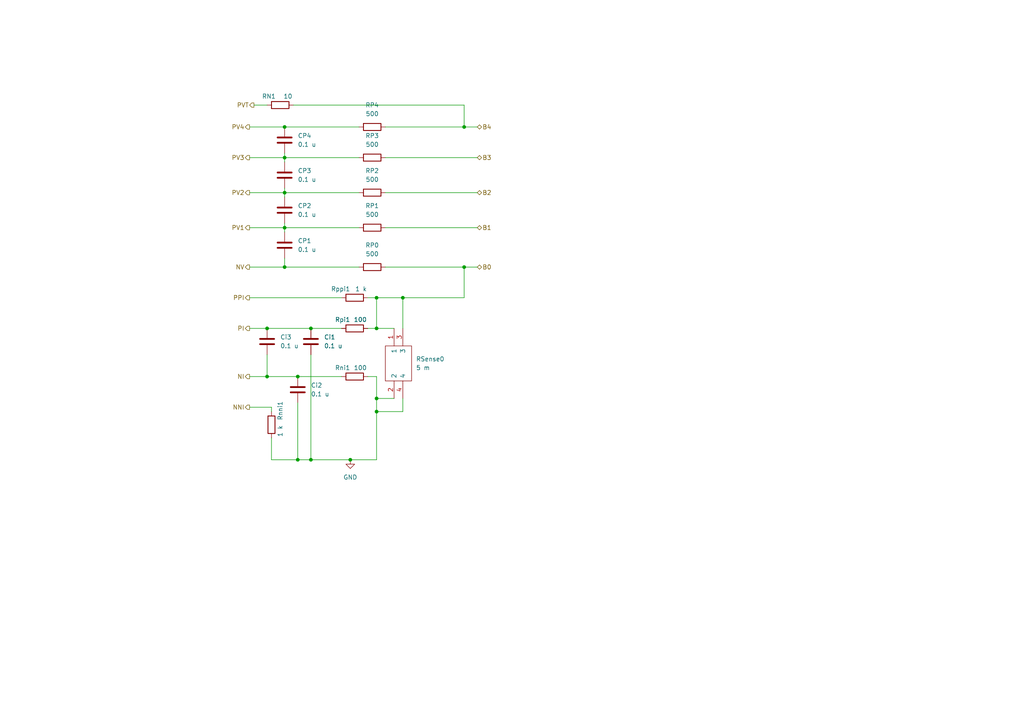
<source format=kicad_sch>
(kicad_sch (version 20231120) (generator "eeschema") (generator_version "8.0")
  (paper "A4")
  (lib_symbols
    (symbol "Device:C" (pin_numbers hide) (pin_names (offset 0.254))
      (property "Reference" "C" (at 0.635 2.54 0))
      (property "Value" "C" (at 0.635 -2.54 0))
      (symbol "C_0_1"
        (polyline (pts (xy -2.032 -0.762) (xy 2.032 -0.762)) (stroke (width 0.508)))
        (polyline (pts (xy -2.032 0.762) (xy 2.032 0.762)) (stroke (width 0.508)))
      )
      (symbol "C_1_1"
        (pin passive line (at 0 3.81 270) (length 2.794) (name "~") (number "1"))
        (pin passive line (at 0 -3.81 90) (length 2.794) (name "~") (number "2"))
      )
    )
    (symbol "Device:R" (pin_numbers hide) (pin_names (offset 0))
      (property "Reference" "R" (at 2.032 0 90))
      (property "Value" "R" (at 0 0 90))
      (symbol "R_0_1"
        (rectangle (start -1.016 -2.54) (end 1.016 2.54) (stroke (width 0.254)))
      )
      (symbol "R_1_1"
        (pin passive line (at 0 3.81 270) (length 1.27) (name "~") (number "1"))
        (pin passive line (at 0 -3.81 90) (length 1.27) (name "~") (number "2"))
      )
    )
    (symbol "Local:Y14880R00500B9R" (pin_names (offset 0.762))
      (property "Reference" "R" (at 16.51 7.62 0))
      (property "Value" "Y14880R00500B9R" (at 16.51 5.08 0))
      (symbol "Y14880R00500B9R_0_0"
        (pin passive line (at 0 -2.54 0) (length 5.08) (name "1") (number "1"))
        (pin passive line (at 20.32 -2.54 180) (length 5.08) (name "2") (number "2"))
        (pin passive line (at 0 0 0) (length 5.08) (name "3") (number "3"))
        (pin passive line (at 20.32 0 180) (length 5.08) (name "4") (number "4"))
      )
      (symbol "Y14880R00500B9R_0_1"
        (polyline (pts (xy 5.08 2.54) (xy 15.24 2.54) (xy 15.24 -5.08) (xy 5.08 -5.08) (xy 5.08 2.54)) (stroke (width 0.1524)))
      )
    )
    (symbol "power:GND" (power) (pin_names (offset 0))
      (property "Value" "GND" (at 0 -3.81 0))
      (symbol "GND_0_1"
        (polyline (pts (xy 0 0) (xy 0 -1.27) (xy 1.27 -1.27) (xy 0 -2.54) (xy -1.27 -1.27) (xy 0 -1.27)))
      )
      (symbol "GND_1_1"
        (pin power_in line (at 0 0 270) (length 0) hide (name "GND") (number "1"))
      )
    )
  )
  (junction (at 134.62 36.83))
  (junction (at 82.55 45.72))
  (junction (at 86.36 109.22))
  (junction (at 116.84 86.36))
  (junction (at 109.22 115.57))
  (junction (at 77.47 109.22))
  (junction (at 82.55 36.83))
  (junction (at 109.22 95.25))
  (junction (at 101.6 133.35))
  (junction (at 90.17 133.35))
  (junction (at 109.22 119.38))
  (junction (at 77.47 95.25))
  (junction (at 86.36 133.35))
  (junction (at 82.55 77.47))
  (junction (at 109.22 86.36))
  (junction (at 90.17 95.25))
  (junction (at 134.62 77.47))
  (junction (at 82.55 55.88))
  (junction (at 82.55 66.04))
  (wire (pts (xy 82.55 64.77) (xy 82.55 66.04)))
  (wire (pts (xy 90.17 102.87) (xy 90.17 133.35)))
  (wire (pts (xy 109.22 86.36) (xy 116.84 86.36)))
  (wire (pts (xy 72.39 66.04) (xy 82.55 66.04)))
  (wire (pts (xy 116.84 86.36) (xy 134.62 86.36)))
  (wire (pts (xy 82.55 45.72) (xy 104.14 45.72)))
  (wire (pts (xy 72.39 36.83) (xy 82.55 36.83)))
  (wire (pts (xy 101.6 133.35) (xy 109.22 133.35)))
  (wire (pts (xy 72.39 86.36) (xy 99.06 86.36)))
  (wire (pts (xy 116.84 119.38) (xy 109.22 119.38)))
  (wire (pts (xy 78.74 127) (xy 78.74 133.35)))
  (wire (pts (xy 90.17 133.35) (xy 101.6 133.35)))
  (wire (pts (xy 82.55 55.88) (xy 104.14 55.88)))
  (wire (pts (xy 82.55 66.04) (xy 104.14 66.04)))
  (wire (pts (xy 134.62 77.47) (xy 138.43 77.47)))
  (wire (pts (xy 106.68 95.25) (xy 109.22 95.25)))
  (wire (pts (xy 72.39 118.11) (xy 78.74 118.11)))
  (wire (pts (xy 134.62 77.47) (xy 134.62 86.36)))
  (wire (pts (xy 86.36 116.84) (xy 86.36 133.35)))
  (wire (pts (xy 111.76 77.47) (xy 134.62 77.47)))
  (wire (pts (xy 82.55 45.72) (xy 82.55 46.99)))
  (wire (pts (xy 86.36 133.35) (xy 90.17 133.35)))
  (wire (pts (xy 134.62 36.83) (xy 138.43 36.83)))
  (wire (pts (xy 111.76 36.83) (xy 134.62 36.83)))
  (wire (pts (xy 77.47 95.25) (xy 90.17 95.25)))
  (wire (pts (xy 72.39 45.72) (xy 82.55 45.72)))
  (wire (pts (xy 85.09 30.48) (xy 134.62 30.48)))
  (wire (pts (xy 77.47 109.22) (xy 86.36 109.22)))
  (wire (pts (xy 82.55 36.83) (xy 104.14 36.83)))
  (wire (pts (xy 109.22 109.22) (xy 109.22 115.57)))
  (wire (pts (xy 82.55 44.45) (xy 82.55 45.72)))
  (wire (pts (xy 78.74 118.11) (xy 78.74 119.38)))
  (wire (pts (xy 82.55 74.93) (xy 82.55 77.47)))
  (wire (pts (xy 72.39 77.47) (xy 82.55 77.47)))
  (wire (pts (xy 82.55 54.61) (xy 82.55 55.88)))
  (wire (pts (xy 90.17 95.25) (xy 99.06 95.25)))
  (wire (pts (xy 111.76 45.72) (xy 138.43 45.72)))
  (wire (pts (xy 111.76 55.88) (xy 138.43 55.88)))
  (wire (pts (xy 78.74 133.35) (xy 86.36 133.35)))
  (wire (pts (xy 109.22 95.25) (xy 114.3 95.25)))
  (wire (pts (xy 82.55 55.88) (xy 82.55 57.15)))
  (wire (pts (xy 77.47 102.87) (xy 77.47 109.22)))
  (wire (pts (xy 109.22 119.38) (xy 109.22 133.35)))
  (wire (pts (xy 116.84 95.25) (xy 116.84 86.36)))
  (wire (pts (xy 106.68 86.36) (xy 109.22 86.36)))
  (wire (pts (xy 72.39 95.25) (xy 77.47 95.25)))
  (wire (pts (xy 134.62 30.48) (xy 134.62 36.83)))
  (wire (pts (xy 82.55 66.04) (xy 82.55 67.31)))
  (wire (pts (xy 72.39 55.88) (xy 82.55 55.88)))
  (wire (pts (xy 73.66 30.48) (xy 77.47 30.48)))
  (wire (pts (xy 82.55 77.47) (xy 104.14 77.47)))
  (wire (pts (xy 116.84 115.57) (xy 116.84 119.38)))
  (wire (pts (xy 114.3 115.57) (xy 109.22 115.57)))
  (wire (pts (xy 72.39 109.22) (xy 77.47 109.22)))
  (wire (pts (xy 109.22 109.22) (xy 106.68 109.22)))
  (wire (pts (xy 109.22 115.57) (xy 109.22 119.38)))
  (wire (pts (xy 111.76 66.04) (xy 138.43 66.04)))
  (wire (pts (xy 109.22 95.25) (xy 109.22 86.36)))
  (wire (pts (xy 86.36 109.22) (xy 99.06 109.22)))
  (hierarchical_label "PV2" (shape output) (at 72.39 55.88 180))
  (hierarchical_label "B1" (shape bidirectional) (at 138.43 66.04 0))
  (hierarchical_label "PV3" (shape output) (at 72.39 45.72 180))
  (hierarchical_label "PV4" (shape output) (at 72.39 36.83 180))
  (hierarchical_label "NNI" (shape output) (at 72.39 118.11 180))
  (hierarchical_label "NV" (shape output) (at 72.39 77.47 180))
  (hierarchical_label "B2" (shape bidirectional) (at 138.43 55.88 0))
  (hierarchical_label "PVT" (shape output) (at 73.66 30.48 180))
  (hierarchical_label "B0" (shape bidirectional) (at 138.43 77.47 0))
  (hierarchical_label "B4" (shape bidirectional) (at 138.43 36.83 0))
  (hierarchical_label "B3" (shape bidirectional) (at 138.43 45.72 0))
  (hierarchical_label "PV1" (shape output) (at 72.39 66.04 180))
  (hierarchical_label "NI" (shape output) (at 72.39 109.22 180))
  (hierarchical_label "PI" (shape output) (at 72.39 95.25 180))
  (hierarchical_label "PPI" (shape output) (at 72.39 86.36 180))
  (symbol (lib_id "Device:R") (at 102.87 95.25 90) (unit 1)
    (property "Reference" "Rpi1" (at 101.5999 92.71 90) (effects (justify left)))
    (property "Value" "100" (at 106.426 92.71 90) (effects (justify left)))
    (property "Footprint" "Resistor_SMD:R_0603_1608Metric" (effects (hide yes)))
    (property "Datasheet" "https://www.ohmite.com/assets/docs/APC-1-15.34.pdf?r=false?r=false" (effects (hide yes)))
    (property "Manufacturer_Part_Number" "APC0603T100RZ" (effects (hide yes)))
  )
  (symbol (lib_id "Device:R") (at 107.95 45.72 90) (unit 1)
    (property "Reference" "RP3" (at 107.95 39.37 90))
    (property "Value" "500" (at 107.95 41.91 90))
    (property "Footprint" "Resistor_SMD:R_1206_3216Metric" (effects (hide yes)))
    (property "Datasheet" "https://www.vishay.com/docs/28700/mcx0x0xpre.pdf" (effects (hide yes)))
    (property "Description" "Resistor" (effects (hide yes)))
    (property "Manufacturer_Part_Number" "MCA12060D5000BP500" (effects (hide yes)))
  )
  (symbol (lib_id "Device:C") (at 82.55 60.96 180) (unit 1)
    (property "Reference" "CP2" (at 86.36 59.6899 0) (effects (justify right)))
    (property "Value" "0.1 u" (at 86.36 62.2299 0) (effects (justify right)))
    (property "Footprint" "Capacitor_SMD:C_0603_1608Metric" (effects (hide yes)))
    (property "Datasheet" "https://hu.mouser.com/datasheet/2/40/AutoMLCCKAM-3216307.pdf" (effects (hide yes)))
    (property "Description" "KAM15AR71H104KT" (effects (hide yes)))
    (property "Manufacturer_Part_Number" "KAM15AR71H104KT" (effects (hide yes)))
  )
  (symbol (lib_id "Local:Y14880R00500B9R") (at 116.84 95.25 270) (unit 1)
    (property "Reference" "RSense0" (at 120.65 104.1399 90) (effects (justify left)))
    (property "Value" "5 m" (at 120.65 106.6799 90) (effects (justify left)))
    (property "Footprint" "Y14880R00500B9R" (effects (hide yes)))
    (property "Datasheet" "https://componentsearchengine.com/Datasheets/1/Y14880R00500B9R.pdf" (effects (hide yes)))
    (property "Description" "Current Sense Resistors - SMD 0.005ohms 0.1% 3w" (effects (hide yes)))
    (property "Height" "0.635" (effects (hide yes)))
    (property "Mouser Part Number" "71-CSM36370R0050BST" (effects (hide yes)))
    (property "Mouser Price/Stock" "https://www.mouser.com/Search/Refine.aspx?Keyword=71-CSM36370R0050BST" (effects (hide yes)))
    (property "Manufacturer_Name" "Vishay" (effects (hide yes)))
    (property "Manufacturer_Part_Number" "Y14880R00500B9R" (effects (hide yes)))
  )
  (symbol (lib_id "Device:C") (at 82.55 71.12 180) (unit 1)
    (property "Reference" "CP1" (at 86.36 69.8499 0) (effects (justify right)))
    (property "Value" "0.1 u" (at 86.36 72.3899 0) (effects (justify right)))
    (property "Footprint" "Capacitor_SMD:C_0603_1608Metric" (effects (hide yes)))
    (property "Datasheet" "https://hu.mouser.com/datasheet/2/40/AutoMLCCKAM-3216307.pdf" (effects (hide yes)))
    (property "Description" "KAM15AR71H104KT" (effects (hide yes)))
    (property "Manufacturer_Part_Number" "KAM15AR71H104KT" (effects (hide yes)))
  )
  (symbol (lib_id "power:GND") (at 101.6 133.35 0) (unit 1)
    (property "Reference" "#PWR01" (effects (hide yes)))
    (property "Value" "GND" (at 101.6 138.43 0))
    (property "Description" "Power symbol creates a global label with name \"GND\" , ground" (effects (hide yes)))
  )
  (symbol (lib_id "Device:C") (at 82.55 50.8 180) (unit 1)
    (property "Reference" "CP3" (at 86.36 49.5299 0) (effects (justify right)))
    (property "Value" "0.1 u" (at 86.36 52.0699 0) (effects (justify right)))
    (property "Footprint" "Capacitor_SMD:C_0603_1608Metric" (effects (hide yes)))
    (property "Datasheet" "https://hu.mouser.com/datasheet/2/40/AutoMLCCKAM-3216307.pdf" (effects (hide yes)))
    (property "Description" "KAM15AR71H104KT" (effects (hide yes)))
    (property "Manufacturer_Part_Number" "KAM15AR71H104KT" (effects (hide yes)))
  )
  (symbol (lib_id "Device:C") (at 77.47 99.06 180) (unit 1)
    (property "Reference" "Ci3" (at 81.28 97.7899 0) (effects (justify right)))
    (property "Value" "0.1 u" (at 81.28 100.3299 0) (effects (justify right)))
    (property "Footprint" "Capacitor_SMD:C_0603_1608Metric" (effects (hide yes)))
    (property "Datasheet" "https://hu.mouser.com/datasheet/2/40/AutoMLCCKAM-3216307.pdf" (effects (hide yes)))
    (property "Description" "KAM15AR71H104KT" (effects (hide yes)))
    (property "Manufacturer_Part_Number" "KAM15AR71H104KT" (effects (hide yes)))
  )
  (symbol (lib_id "Device:R") (at 107.95 36.83 90) (unit 1)
    (property "Reference" "RP4" (at 107.95 30.48 90))
    (property "Value" "500" (at 107.95 33.02 90))
    (property "Footprint" "Resistor_SMD:R_1206_3216Metric" (effects (hide yes)))
    (property "Datasheet" "https://www.vishay.com/docs/28700/mcx0x0xpre.pdf" (effects (hide yes)))
    (property "Description" "Resistor" (effects (hide yes)))
    (property "Manufacturer_Part_Number" "MCA12060D5000BP500" (effects (hide yes)))
  )
  (symbol (lib_id "Device:R") (at 107.95 66.04 90) (unit 1)
    (property "Reference" "RP1" (at 107.95 59.69 90))
    (property "Value" "500" (at 107.95 62.23 90))
    (property "Footprint" "Resistor_SMD:R_1206_3216Metric" (effects (hide yes)))
    (property "Datasheet" "https://www.vishay.com/docs/28700/mcx0x0xpre.pdf" (effects (hide yes)))
    (property "Description" "Resistor" (effects (hide yes)))
    (property "Manufacturer_Part_Number" "MCA12060D5000BP500" (effects (hide yes)))
  )
  (symbol (lib_id "Device:C") (at 86.36 113.03 180) (unit 1)
    (property "Reference" "Ci2" (at 90.17 111.7599 0) (effects (justify right)))
    (property "Value" "0.1 u" (at 90.17 114.2999 0) (effects (justify right)))
    (property "Footprint" "Capacitor_SMD:C_0603_1608Metric" (effects (hide yes)))
    (property "Datasheet" "https://hu.mouser.com/datasheet/2/40/AutoMLCCKAM-3216307.pdf" (effects (hide yes)))
    (property "Description" "KAM15AR71H104KT" (effects (hide yes)))
    (property "Manufacturer_Part_Number" "KAM15AR71H104KT" (effects (hide yes)))
  )
  (symbol (lib_id "Device:R") (at 81.28 30.48 90) (unit 1)
    (property "Reference" "RN1" (at 80.0099 27.94 90) (effects (justify left)))
    (property "Value" "10" (at 84.836 27.94 90) (effects (justify left)))
    (property "Footprint" "Resistor_SMD:R_0402_1005Metric" (effects (hide yes)))
    (property "Datasheet" "https://hu.mouser.com/datasheet/2/315/AOA0000C334-1314047.pdf" (effects (hide yes)))
    (property "Description" "ERJ-U0XF10R0Y" (effects (hide yes)))
    (property "Manufacturer_Part_Number" "ERJ-U0XF10R0Y" (effects (hide yes)))
  )
  (symbol (lib_id "Device:R") (at 102.87 86.36 90) (unit 1)
    (property "Reference" "Rppi1" (at 101.5999 83.82 90) (effects (justify left)))
    (property "Value" "1 k" (at 106.426 83.82 90) (effects (justify left)))
    (property "Footprint" "Resistor_SMD:R_0402_1005Metric" (effects (hide yes)))
    (property "Datasheet" "https://www.vishay.com/docs/60026/ptn.pdf" (effects (hide yes)))
    (property "Description" "71-PTN0402Y5000BST1" (effects (hide yes)))
    (property "Manufacturer_Part_Number" "71-PTN0402Y5000BST1" (effects (hide yes)))
  )
  (symbol (lib_id "Device:R") (at 102.87 109.22 90) (unit 1)
    (property "Reference" "Rni1" (at 101.5999 106.68 90) (effects (justify left)))
    (property "Value" "100" (at 106.426 106.68 90) (effects (justify left)))
    (property "Footprint" "Resistor_SMD:R_0603_1608Metric" (effects (hide yes)))
    (property "Datasheet" "https://www.ohmite.com/assets/docs/APC-1-15.34.pdf?r=false?r=false" (effects (hide yes)))
    (property "Manufacturer_Part_Number" "APC0603T100RZ" (effects (hide yes)))
  )
  (symbol (lib_id "Device:R") (at 78.74 123.19 0) (unit 1)
    (property "Reference" "Rnni1" (at 81.28 121.9199 90) (effects (justify left)))
    (property "Value" "1 k" (at 81.28 126.746 90) (effects (justify left)))
    (property "Footprint" "Resistor_SMD:R_0402_1005Metric" (effects (hide yes)))
    (property "Datasheet" "https://www.vishay.com/docs/60026/ptn.pdf" (effects (hide yes)))
    (property "Description" "71-PTN0402Y5000BST1" (effects (hide yes)))
    (property "Manufacturer_Part_Number" "71-PTN0402Y5000BST1" (effects (hide yes)))
  )
  (symbol (lib_id "Device:R") (at 107.95 77.47 90) (unit 1)
    (property "Reference" "RP0" (at 107.95 71.12 90))
    (property "Value" "500" (at 107.95 73.66 90))
    (property "Footprint" "Resistor_SMD:R_1206_3216Metric" (effects (hide yes)))
    (property "Datasheet" "https://www.vishay.com/docs/28700/mcx0x0xpre.pdf" (effects (hide yes)))
    (property "Description" "Resistor" (effects (hide yes)))
    (property "Manufacturer_Part_Number" "MCA12060D5000BP500" (effects (hide yes)))
  )
  (symbol (lib_id "Device:C") (at 82.55 40.64 180) (unit 1)
    (property "Reference" "CP4" (at 86.36 39.3699 0) (effects (justify right)))
    (property "Value" "0.1 u" (at 86.36 41.9099 0) (effects (justify right)))
    (property "Footprint" "Capacitor_SMD:C_0603_1608Metric" (effects (hide yes)))
    (property "Datasheet" "https://hu.mouser.com/datasheet/2/40/AutoMLCCKAM-3216307.pdf" (effects (hide yes)))
    (property "Description" "KAM15AR71H104KT" (effects (hide yes)))
    (property "Manufacturer_Part_Number" "KAM15AR71H104KT" (effects (hide yes)))
  )
  (symbol (lib_id "Device:C") (at 90.17 99.06 180) (unit 1)
    (property "Reference" "Ci1" (at 93.98 97.7899 0) (effects (justify right)))
    (property "Value" "0.1 u" (at 93.98 100.3299 0) (effects (justify right)))
    (property "Footprint" "Capacitor_SMD:C_0603_1608Metric" (effects (hide yes)))
    (property "Datasheet" "https://hu.mouser.com/datasheet/2/40/AutoMLCCKAM-3216307.pdf" (effects (hide yes)))
    (property "Description" "KAM15AR71H104KT" (effects (hide yes)))
    (property "Manufacturer_Part_Number" "KAM15AR71H104KT" (effects (hide yes)))
  )
  (symbol (lib_id "Device:R") (at 107.95 55.88 90) (unit 1)
    (property "Reference" "RP2" (at 107.95 49.53 90))
    (property "Value" "500" (at 107.95 52.07 90))
    (property "Footprint" "Resistor_SMD:R_1206_3216Metric" (effects (hide yes)))
    (property "Datasheet" "https://www.vishay.com/docs/28700/mcx0x0xpre.pdf" (effects (hide yes)))
    (property "Description" "Resistor" (effects (hide yes)))
    (property "Manufacturer_Part_Number" "MCA12060D5000BP500" (effects (hide yes)))
  )
)
</source>
